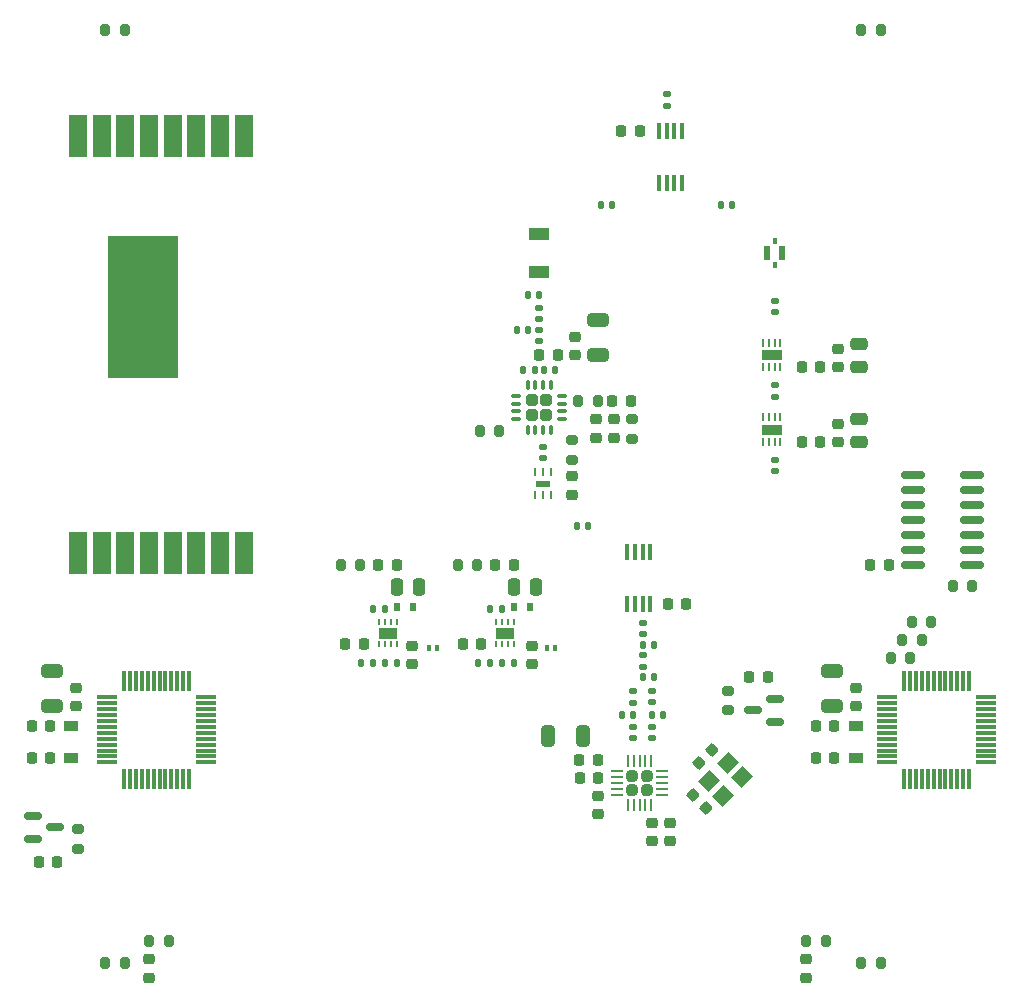
<source format=gbr>
%TF.GenerationSoftware,KiCad,Pcbnew,(6.0.8)*%
%TF.CreationDate,2023-01-27T01:30:18-08:00*%
%TF.ProjectId,RF_Board,52465f42-6f61-4726-942e-6b696361645f,rev?*%
%TF.SameCoordinates,Original*%
%TF.FileFunction,Paste,Top*%
%TF.FilePolarity,Positive*%
%FSLAX46Y46*%
G04 Gerber Fmt 4.6, Leading zero omitted, Abs format (unit mm)*
G04 Created by KiCad (PCBNEW (6.0.8)) date 2023-01-27 01:30:18*
%MOMM*%
%LPD*%
G01*
G04 APERTURE LIST*
G04 Aperture macros list*
%AMRoundRect*
0 Rectangle with rounded corners*
0 $1 Rounding radius*
0 $2 $3 $4 $5 $6 $7 $8 $9 X,Y pos of 4 corners*
0 Add a 4 corners polygon primitive as box body*
4,1,4,$2,$3,$4,$5,$6,$7,$8,$9,$2,$3,0*
0 Add four circle primitives for the rounded corners*
1,1,$1+$1,$2,$3*
1,1,$1+$1,$4,$5*
1,1,$1+$1,$6,$7*
1,1,$1+$1,$8,$9*
0 Add four rect primitives between the rounded corners*
20,1,$1+$1,$2,$3,$4,$5,0*
20,1,$1+$1,$4,$5,$6,$7,0*
20,1,$1+$1,$6,$7,$8,$9,0*
20,1,$1+$1,$8,$9,$2,$3,0*%
%AMRotRect*
0 Rectangle, with rotation*
0 The origin of the aperture is its center*
0 $1 length*
0 $2 width*
0 $3 Rotation angle, in degrees counterclockwise*
0 Add horizontal line*
21,1,$1,$2,0,0,$3*%
G04 Aperture macros list end*
%ADD10C,0.100000*%
%ADD11R,0.355600X0.558800*%
%ADD12R,0.558800X1.244600*%
%ADD13RoundRect,0.218750X0.218750X0.256250X-0.218750X0.256250X-0.218750X-0.256250X0.218750X-0.256250X0*%
%ADD14RoundRect,0.140000X0.170000X-0.140000X0.170000X0.140000X-0.170000X0.140000X-0.170000X-0.140000X0*%
%ADD15RoundRect,0.140000X-0.140000X-0.170000X0.140000X-0.170000X0.140000X0.170000X-0.140000X0.170000X0*%
%ADD16RoundRect,0.225000X-0.250000X0.225000X-0.250000X-0.225000X0.250000X-0.225000X0.250000X0.225000X0*%
%ADD17RoundRect,0.135000X0.135000X0.185000X-0.135000X0.185000X-0.135000X-0.185000X0.135000X-0.185000X0*%
%ADD18RoundRect,0.200000X0.200000X0.275000X-0.200000X0.275000X-0.200000X-0.275000X0.200000X-0.275000X0*%
%ADD19RoundRect,0.225000X0.225000X0.250000X-0.225000X0.250000X-0.225000X-0.250000X0.225000X-0.250000X0*%
%ADD20RoundRect,0.140000X0.140000X0.170000X-0.140000X0.170000X-0.140000X-0.170000X0.140000X-0.170000X0*%
%ADD21RoundRect,0.225000X-0.225000X-0.250000X0.225000X-0.250000X0.225000X0.250000X-0.225000X0.250000X0*%
%ADD22RotRect,1.400000X1.200000X225.000000*%
%ADD23R,0.203200X0.660400*%
%ADD24R,1.193800X0.609600*%
%ADD25RoundRect,0.218750X-0.218750X-0.256250X0.218750X-0.256250X0.218750X0.256250X-0.218750X0.256250X0*%
%ADD26RoundRect,0.250000X0.250000X0.475000X-0.250000X0.475000X-0.250000X-0.475000X0.250000X-0.475000X0*%
%ADD27RoundRect,0.011200X-0.768800X-0.128800X0.768800X-0.128800X0.768800X0.128800X-0.768800X0.128800X0*%
%ADD28RoundRect,0.011200X0.128800X-0.768800X0.128800X0.768800X-0.128800X0.768800X-0.128800X-0.768800X0*%
%ADD29RoundRect,0.250000X-0.650000X0.325000X-0.650000X-0.325000X0.650000X-0.325000X0.650000X0.325000X0*%
%ADD30RoundRect,0.250000X-0.475000X0.250000X-0.475000X-0.250000X0.475000X-0.250000X0.475000X0.250000X0*%
%ADD31RoundRect,0.200000X-0.200000X-0.275000X0.200000X-0.275000X0.200000X0.275000X-0.200000X0.275000X0*%
%ADD32RoundRect,0.225000X0.335876X0.017678X0.017678X0.335876X-0.335876X-0.017678X-0.017678X-0.335876X0*%
%ADD33RoundRect,0.200000X0.275000X-0.200000X0.275000X0.200000X-0.275000X0.200000X-0.275000X-0.200000X0*%
%ADD34RoundRect,0.250000X0.255000X-0.255000X0.255000X0.255000X-0.255000X0.255000X-0.255000X-0.255000X0*%
%ADD35RoundRect,0.075000X0.075000X-0.337500X0.075000X0.337500X-0.075000X0.337500X-0.075000X-0.337500X0*%
%ADD36RoundRect,0.075000X0.337500X-0.075000X0.337500X0.075000X-0.337500X0.075000X-0.337500X-0.075000X0*%
%ADD37RoundRect,0.225000X0.250000X-0.225000X0.250000X0.225000X-0.250000X0.225000X-0.250000X-0.225000X0*%
%ADD38R,1.524000X3.556000*%
%ADD39R,6.000000X12.000000*%
%ADD40RoundRect,0.147500X-0.147500X-0.172500X0.147500X-0.172500X0.147500X0.172500X-0.147500X0.172500X0*%
%ADD41R,0.249999X0.499999*%
%ADD42R,1.599999X0.900001*%
%ADD43R,0.304800X0.558800*%
%ADD44R,0.431800X1.397000*%
%ADD45RoundRect,0.147500X0.172500X-0.147500X0.172500X0.147500X-0.172500X0.147500X-0.172500X-0.147500X0*%
%ADD46RoundRect,0.200000X-0.275000X0.200000X-0.275000X-0.200000X0.275000X-0.200000X0.275000X0.200000X0*%
%ADD47R,0.254000X0.660400*%
%ADD48R,1.651000X0.889000*%
%ADD49RoundRect,0.150000X0.587500X0.150000X-0.587500X0.150000X-0.587500X-0.150000X0.587500X-0.150000X0*%
%ADD50R,0.600000X0.700000*%
%ADD51RoundRect,0.250000X-0.325000X-0.650000X0.325000X-0.650000X0.325000X0.650000X-0.325000X0.650000X0*%
%ADD52RoundRect,0.150000X-0.587500X-0.150000X0.587500X-0.150000X0.587500X0.150000X-0.587500X0.150000X0*%
%ADD53RoundRect,0.225000X-0.017678X0.335876X-0.335876X0.017678X0.017678X-0.335876X0.335876X-0.017678X0*%
%ADD54RoundRect,0.150000X0.825000X0.150000X-0.825000X0.150000X-0.825000X-0.150000X0.825000X-0.150000X0*%
%ADD55RoundRect,0.250000X0.650000X-0.325000X0.650000X0.325000X-0.650000X0.325000X-0.650000X-0.325000X0*%
%ADD56RoundRect,0.242500X0.242500X-0.242500X0.242500X0.242500X-0.242500X0.242500X-0.242500X-0.242500X0*%
%ADD57RoundRect,0.062500X0.062500X-0.425000X0.062500X0.425000X-0.062500X0.425000X-0.062500X-0.425000X0*%
%ADD58RoundRect,0.062500X0.425000X-0.062500X0.425000X0.062500X-0.425000X0.062500X-0.425000X-0.062500X0*%
%ADD59R,1.295400X0.965200*%
%ADD60R,1.803400X1.041400*%
G04 APERTURE END LIST*
%TO.C,U15*%
G36*
X36813999Y-57007999D02*
G01*
X35348000Y-57007999D01*
X35348000Y-56154001D01*
X36813999Y-56154001D01*
X36813999Y-57007999D01*
G37*
D10*
X36813999Y-57007999D02*
X35348000Y-57007999D01*
X35348000Y-56154001D01*
X36813999Y-56154001D01*
X36813999Y-57007999D01*
%TO.C,U14*%
G36*
X46719999Y-57007998D02*
G01*
X45254000Y-57007998D01*
X45254000Y-56154000D01*
X46719999Y-56154000D01*
X46719999Y-57007998D01*
G37*
X46719999Y-57007998D02*
X45254000Y-57007998D01*
X45254000Y-56154000D01*
X46719999Y-56154000D01*
X46719999Y-57007998D01*
%TD*%
D11*
%TO.C,U9*%
X68830063Y-23379300D03*
D12*
X69477763Y-24408000D03*
D11*
X68830063Y-25436700D03*
D12*
X68182363Y-24408000D03*
%TD*%
D13*
%TO.C,L1*%
X72695000Y-40386000D03*
X71120000Y-40386000D03*
%TD*%
D14*
%TO.C,C35*%
X57658000Y-56656000D03*
X57658000Y-55696000D03*
%TD*%
D15*
%TO.C,C21*%
X46993004Y-30891282D03*
X47953004Y-30891282D03*
%TD*%
D16*
%TO.C,C15*%
X55245000Y-38481000D03*
X55245000Y-40031000D03*
%TD*%
D17*
%TO.C,R23*%
X35814000Y-54549000D03*
X34794000Y-54549000D03*
%TD*%
D15*
%TO.C,C29*%
X55908000Y-63500000D03*
X56868000Y-63500000D03*
%TD*%
D18*
%TO.C,R12*%
X77825000Y-5500000D03*
X76175000Y-5500000D03*
%TD*%
D13*
%TO.C,D6*%
X8122500Y-75971000D03*
X6547500Y-75971000D03*
%TD*%
D19*
%TO.C,R5*%
X53873000Y-68834000D03*
X52323000Y-68834000D03*
%TD*%
D20*
%TO.C,C1*%
X53058000Y-47498000D03*
X52098000Y-47498000D03*
%TD*%
D21*
%TO.C,C41*%
X72307000Y-67157600D03*
X73857000Y-67157600D03*
%TD*%
D15*
%TO.C,C22*%
X47935000Y-27966000D03*
X48895000Y-27966000D03*
%TD*%
D22*
%TO.C,Y1*%
X64855784Y-67582234D03*
X63300149Y-69137869D03*
X64502230Y-70339950D03*
X66057865Y-68784315D03*
%TD*%
D21*
%TO.C,C23*%
X55109000Y-36957000D03*
X56659000Y-36957000D03*
%TD*%
D20*
%TO.C,C32*%
X58618000Y-57550000D03*
X57658000Y-57550000D03*
%TD*%
D16*
%TO.C,C55*%
X71501000Y-84201000D03*
X71501000Y-85751000D03*
%TD*%
D23*
%TO.C,U6*%
X48564800Y-44923900D03*
X49225200Y-44923900D03*
X49885600Y-44923900D03*
X49885600Y-42968100D03*
X49225200Y-42968100D03*
X48564800Y-42968100D03*
D24*
X49225200Y-43946000D03*
%TD*%
D16*
%TO.C,C47*%
X58420000Y-72645000D03*
X58420000Y-74195000D03*
%TD*%
D25*
%TO.C,D4*%
X45161000Y-50800000D03*
X46736000Y-50800000D03*
%TD*%
D18*
%TO.C,R2*%
X45518000Y-39497000D03*
X43868000Y-39497000D03*
%TD*%
D26*
%TO.C,C50*%
X48636000Y-52705000D03*
X46736000Y-52705000D03*
%TD*%
D16*
%TO.C,C54*%
X51689000Y-43307000D03*
X51689000Y-44857000D03*
%TD*%
D27*
%TO.C,U2*%
X78370000Y-62020000D03*
X78370000Y-62520000D03*
X78370000Y-63020000D03*
X78370000Y-63520000D03*
X78370000Y-64020000D03*
X78370000Y-64520000D03*
X78370000Y-65020000D03*
X78370000Y-65520000D03*
X78370000Y-66020000D03*
X78370000Y-66520000D03*
X78370000Y-67020000D03*
X78370000Y-67520000D03*
D28*
X79800000Y-68950000D03*
X80300000Y-68950000D03*
X80800000Y-68950000D03*
X81300000Y-68950000D03*
X81800000Y-68950000D03*
X82300000Y-68950000D03*
X82800000Y-68950000D03*
X83300000Y-68950000D03*
X83800000Y-68950000D03*
X84300000Y-68950000D03*
X84800000Y-68950000D03*
X85300000Y-68950000D03*
D27*
X86730000Y-67520000D03*
X86730000Y-67020000D03*
X86730000Y-66520000D03*
X86730000Y-66020000D03*
X86730000Y-65520000D03*
X86730000Y-65020000D03*
X86730000Y-64520000D03*
X86730000Y-64020000D03*
X86730000Y-63520000D03*
X86730000Y-63020000D03*
X86730000Y-62520000D03*
X86730000Y-62020000D03*
D28*
X85300000Y-60590000D03*
X84800000Y-60590000D03*
X84300000Y-60590000D03*
X83800000Y-60590000D03*
X83300000Y-60590000D03*
X82800000Y-60590000D03*
X82300000Y-60590000D03*
X81800000Y-60590000D03*
X81300000Y-60590000D03*
X80800000Y-60590000D03*
X80300000Y-60590000D03*
X79800000Y-60590000D03*
%TD*%
D18*
%TO.C,R25*%
X17525000Y-82677000D03*
X15875000Y-82677000D03*
%TD*%
D25*
%TO.C,D5*%
X66675000Y-60325000D03*
X68250000Y-60325000D03*
%TD*%
D21*
%TO.C,C42*%
X5943000Y-64414400D03*
X7493000Y-64414400D03*
%TD*%
D26*
%TO.C,C53*%
X38730000Y-52705000D03*
X36830000Y-52705000D03*
%TD*%
D29*
%TO.C,C39*%
X73660000Y-59788000D03*
X73660000Y-62738000D03*
%TD*%
D30*
%TO.C,C7*%
X75946000Y-38486000D03*
X75946000Y-40386000D03*
%TD*%
D31*
%TO.C,R13*%
X12175000Y-5500000D03*
X13825000Y-5500000D03*
%TD*%
D32*
%TO.C,C33*%
X63032008Y-71414008D03*
X61935992Y-70317992D03*
%TD*%
D14*
%TO.C,C28*%
X56868000Y-65480000D03*
X56868000Y-64520000D03*
%TD*%
%TO.C,C9*%
X49225200Y-41755000D03*
X49225200Y-40795000D03*
%TD*%
D33*
%TO.C,R3*%
X51689000Y-41909000D03*
X51689000Y-40259000D03*
%TD*%
D34*
%TO.C,U7*%
X49520000Y-38090000D03*
X48270000Y-38090000D03*
X49520000Y-36840000D03*
X48270000Y-36840000D03*
D35*
X47920000Y-39402500D03*
X48570000Y-39402500D03*
X49220000Y-39402500D03*
X49870000Y-39402500D03*
D36*
X50832500Y-38440000D03*
X50832500Y-37790000D03*
X50832500Y-37140000D03*
X50832500Y-36490000D03*
D35*
X49870000Y-35527500D03*
X49220000Y-35527500D03*
X48570000Y-35527500D03*
X47920000Y-35527500D03*
D36*
X46957500Y-36490000D03*
X46957500Y-37140000D03*
X46957500Y-37790000D03*
X46957500Y-38440000D03*
%TD*%
D21*
%TO.C,C12*%
X59811499Y-54102000D03*
X61361499Y-54102000D03*
%TD*%
D37*
%TO.C,C38*%
X75692000Y-62738000D03*
X75692000Y-61188000D03*
%TD*%
D18*
%TO.C,R24*%
X73151000Y-82677000D03*
X71501000Y-82677000D03*
%TD*%
D38*
%TO.C,U13*%
X9876000Y-49784000D03*
X11876000Y-49784000D03*
X13876000Y-49784000D03*
X15876000Y-49784000D03*
X17876000Y-49784000D03*
X19876000Y-49784000D03*
X21876000Y-49784000D03*
X23876000Y-49784000D03*
X9876000Y-14478000D03*
X11876000Y-14478000D03*
X13876000Y-14478000D03*
X15876000Y-14478000D03*
X17876000Y-14478000D03*
X19876000Y-14478000D03*
X21876000Y-14478000D03*
X23876000Y-14478000D03*
D39*
X15376000Y-28978000D03*
%TD*%
D14*
%TO.C,C2*%
X68834000Y-42870000D03*
X68834000Y-41910000D03*
%TD*%
D40*
%TO.C,L4*%
X58420000Y-63500000D03*
X59390000Y-63500000D03*
%TD*%
D41*
%TO.C,U15*%
X35331002Y-57531001D03*
X35831001Y-57531001D03*
X36331003Y-57531001D03*
X36831001Y-57531001D03*
X36831001Y-55630999D03*
X36331003Y-55630999D03*
X35831001Y-55630999D03*
X35331002Y-55630999D03*
D42*
X36081000Y-56581000D03*
%TD*%
D43*
%TO.C,D1*%
X49576401Y-57850999D03*
X50271599Y-57850999D03*
%TD*%
D16*
%TO.C,C36*%
X53848000Y-70358000D03*
X53848000Y-71908000D03*
%TD*%
D14*
%TO.C,C27*%
X58420000Y-65480000D03*
X58420000Y-64520000D03*
%TD*%
D16*
%TO.C,C26*%
X59944000Y-72645000D03*
X59944000Y-74195000D03*
%TD*%
D44*
%TO.C,U4*%
X56358000Y-54102000D03*
X57007998Y-54102000D03*
X57658000Y-54102000D03*
X58307998Y-54102000D03*
X58307998Y-49707800D03*
X57658000Y-49707800D03*
X57007998Y-49707800D03*
X56358000Y-49707800D03*
%TD*%
D19*
%TO.C,C13*%
X57404000Y-14097000D03*
X55854000Y-14097000D03*
%TD*%
D21*
%TO.C,C46*%
X52298000Y-67360000D03*
X53848000Y-67360000D03*
%TD*%
D45*
%TO.C,L6*%
X57658000Y-59436000D03*
X57658000Y-58466000D03*
%TD*%
D31*
%TO.C,R14*%
X12175000Y-84500000D03*
X13825000Y-84500000D03*
%TD*%
D20*
%TO.C,C31*%
X58618000Y-60325000D03*
X57658000Y-60325000D03*
%TD*%
D46*
%TO.C,R16*%
X64922500Y-61469000D03*
X64922500Y-63119000D03*
%TD*%
D47*
%TO.C,U10*%
X69330189Y-38310300D03*
X68830063Y-38310300D03*
X68329937Y-38310300D03*
X67829811Y-38310300D03*
X67829811Y-40367700D03*
X68329937Y-40367700D03*
X68830063Y-40367700D03*
X69330189Y-40367700D03*
D48*
X68580000Y-39339000D03*
%TD*%
D14*
%TO.C,C30*%
X58420000Y-62428000D03*
X58420000Y-61468000D03*
%TD*%
D16*
%TO.C,C14*%
X53721000Y-38481000D03*
X53721000Y-40031000D03*
%TD*%
D31*
%TO.C,R4*%
X52197000Y-36957000D03*
X53847000Y-36957000D03*
%TD*%
D41*
%TO.C,U14*%
X45237002Y-57531000D03*
X45737001Y-57531000D03*
X46237003Y-57531000D03*
X46737001Y-57531000D03*
X46737001Y-55630998D03*
X46237003Y-55630998D03*
X45737001Y-55630998D03*
X45237002Y-55630998D03*
D42*
X45987000Y-56580999D03*
%TD*%
D17*
%TO.C,R20*%
X45720000Y-54548999D03*
X44700000Y-54548999D03*
%TD*%
D16*
%TO.C,C51*%
X38113003Y-57645000D03*
X38113003Y-59195000D03*
%TD*%
D45*
%TO.C,L5*%
X56868000Y-62461000D03*
X56868000Y-61491000D03*
%TD*%
D30*
%TO.C,C10*%
X75946000Y-32136000D03*
X75946000Y-34036000D03*
%TD*%
D31*
%TO.C,R8*%
X80455000Y-55626000D03*
X82105000Y-55626000D03*
%TD*%
D17*
%TO.C,R21*%
X36843000Y-59121000D03*
X35823000Y-59121000D03*
%TD*%
D16*
%TO.C,C8*%
X74168000Y-38836000D03*
X74168000Y-40386000D03*
%TD*%
D18*
%TO.C,R6*%
X33756500Y-50800000D03*
X32106500Y-50800000D03*
%TD*%
D31*
%TO.C,R9*%
X78677000Y-58674000D03*
X80327000Y-58674000D03*
%TD*%
D20*
%TO.C,C6*%
X65250000Y-20320000D03*
X64290000Y-20320000D03*
%TD*%
D49*
%TO.C,Q1*%
X68908000Y-64069000D03*
X68908000Y-62169000D03*
X67033000Y-63119000D03*
%TD*%
D16*
%TO.C,C11*%
X74168000Y-32486000D03*
X74168000Y-34036000D03*
%TD*%
D50*
%TO.C,D2*%
X46736000Y-54356000D03*
X48136000Y-54356000D03*
%TD*%
D51*
%TO.C,C37*%
X49628000Y-65278000D03*
X52578000Y-65278000D03*
%TD*%
D21*
%TO.C,C44*%
X5943000Y-67157600D03*
X7493000Y-67157600D03*
%TD*%
D17*
%TO.C,R18*%
X46749000Y-59120999D03*
X45729000Y-59120999D03*
%TD*%
D15*
%TO.C,C5*%
X54130000Y-20320000D03*
X55090000Y-20320000D03*
%TD*%
D14*
%TO.C,C4*%
X68830063Y-29388000D03*
X68830063Y-28428000D03*
%TD*%
D31*
%TO.C,R10*%
X79634000Y-57150000D03*
X81284000Y-57150000D03*
%TD*%
D37*
%TO.C,C19*%
X51943000Y-33020000D03*
X51943000Y-31470000D03*
%TD*%
D27*
%TO.C,U1*%
X12330000Y-62020000D03*
X12330000Y-62520000D03*
X12330000Y-63020000D03*
X12330000Y-63520000D03*
X12330000Y-64020000D03*
X12330000Y-64520000D03*
X12330000Y-65020000D03*
X12330000Y-65520000D03*
X12330000Y-66020000D03*
X12330000Y-66520000D03*
X12330000Y-67020000D03*
X12330000Y-67520000D03*
D28*
X13760000Y-68950000D03*
X14260000Y-68950000D03*
X14760000Y-68950000D03*
X15260000Y-68950000D03*
X15760000Y-68950000D03*
X16260000Y-68950000D03*
X16760000Y-68950000D03*
X17260000Y-68950000D03*
X17760000Y-68950000D03*
X18260000Y-68950000D03*
X18760000Y-68950000D03*
X19260000Y-68950000D03*
D27*
X20690000Y-67520000D03*
X20690000Y-67020000D03*
X20690000Y-66520000D03*
X20690000Y-66020000D03*
X20690000Y-65520000D03*
X20690000Y-65020000D03*
X20690000Y-64520000D03*
X20690000Y-64020000D03*
X20690000Y-63520000D03*
X20690000Y-63020000D03*
X20690000Y-62520000D03*
X20690000Y-62020000D03*
D28*
X19260000Y-60590000D03*
X18760000Y-60590000D03*
X18260000Y-60590000D03*
X17760000Y-60590000D03*
X17260000Y-60590000D03*
X16760000Y-60590000D03*
X16260000Y-60590000D03*
X15760000Y-60590000D03*
X15260000Y-60590000D03*
X14760000Y-60590000D03*
X14260000Y-60590000D03*
X13760000Y-60590000D03*
%TD*%
D17*
%TO.C,R22*%
X34811000Y-59121000D03*
X33791000Y-59121000D03*
%TD*%
D52*
%TO.C,Q2*%
X6047500Y-72075000D03*
X6047500Y-73975000D03*
X7922500Y-73025000D03*
%TD*%
D18*
%TO.C,R11*%
X85552000Y-52578000D03*
X83902000Y-52578000D03*
%TD*%
%TO.C,R7*%
X43662500Y-50800000D03*
X42012500Y-50800000D03*
%TD*%
D19*
%TO.C,C52*%
X34049000Y-57531000D03*
X32499000Y-57531000D03*
%TD*%
D53*
%TO.C,C34*%
X63540008Y-66507992D03*
X62443992Y-67604008D03*
%TD*%
D47*
%TO.C,U11*%
X69330189Y-31991300D03*
X68830063Y-31991300D03*
X68329937Y-31991300D03*
X67829811Y-31991300D03*
X67829811Y-34048700D03*
X68329937Y-34048700D03*
X68830063Y-34048700D03*
X69330189Y-34048700D03*
D48*
X68580000Y-33020000D03*
%TD*%
D46*
%TO.C,R1*%
X56769000Y-38481000D03*
X56769000Y-40131000D03*
%TD*%
D37*
%TO.C,C43*%
X9652000Y-62738000D03*
X9652000Y-61188000D03*
%TD*%
D19*
%TO.C,C49*%
X43968000Y-57531000D03*
X42418000Y-57531000D03*
%TD*%
%TO.C,C25*%
X78486000Y-50800000D03*
X76936000Y-50800000D03*
%TD*%
D16*
%TO.C,C56*%
X15875000Y-84201000D03*
X15875000Y-85751000D03*
%TD*%
D14*
%TO.C,C3*%
X68830063Y-36548000D03*
X68830063Y-35588000D03*
%TD*%
D50*
%TO.C,D8*%
X36830000Y-54356000D03*
X38230000Y-54356000D03*
%TD*%
D16*
%TO.C,C48*%
X48273006Y-57645000D03*
X48273006Y-59195000D03*
%TD*%
D44*
%TO.C,U5*%
X60990000Y-14058900D03*
X60340002Y-14058900D03*
X59690000Y-14058900D03*
X59040002Y-14058900D03*
X59040002Y-18453100D03*
X59690000Y-18453100D03*
X60340002Y-18453100D03*
X60990000Y-18453100D03*
%TD*%
D15*
%TO.C,C16*%
X49276000Y-34290000D03*
X50236000Y-34290000D03*
%TD*%
D54*
%TO.C,U12*%
X85533000Y-50800000D03*
X85533000Y-49530000D03*
X85533000Y-48260000D03*
X85533000Y-46990000D03*
X85533000Y-45720000D03*
X85533000Y-44450000D03*
X85533000Y-43180000D03*
X80583000Y-43180000D03*
X80583000Y-44450000D03*
X80583000Y-45720000D03*
X80583000Y-46990000D03*
X80583000Y-48260000D03*
X80583000Y-49530000D03*
X80583000Y-50800000D03*
%TD*%
D45*
%TO.C,L3*%
X48895000Y-29980000D03*
X48895000Y-29010000D03*
%TD*%
D55*
%TO.C,C18*%
X53848000Y-33020000D03*
X53848000Y-30070000D03*
%TD*%
D56*
%TO.C,U3*%
X56804000Y-68650000D03*
X58004000Y-69850000D03*
X56804000Y-69850000D03*
X58004000Y-68650000D03*
D57*
X56404000Y-71137500D03*
X56904000Y-71137500D03*
X57404000Y-71137500D03*
X57904000Y-71137500D03*
X58404000Y-71137500D03*
D58*
X59291500Y-70250000D03*
X59291500Y-69750000D03*
X59291500Y-69250000D03*
X59291500Y-68750000D03*
X59291500Y-68250000D03*
D57*
X58404000Y-67362500D03*
X57904000Y-67362500D03*
X57404000Y-67362500D03*
X56904000Y-67362500D03*
X56404000Y-67362500D03*
D58*
X55516500Y-68250000D03*
X55516500Y-68750000D03*
X55516500Y-69250000D03*
X55516500Y-69750000D03*
X55516500Y-70250000D03*
%TD*%
D59*
%TO.C,Y3*%
X9271000Y-64414400D03*
X9271000Y-67157600D03*
%TD*%
D25*
%TO.C,D3*%
X35255000Y-50800000D03*
X36830000Y-50800000D03*
%TD*%
D20*
%TO.C,C17*%
X48514000Y-34290000D03*
X47554000Y-34290000D03*
%TD*%
D60*
%TO.C,U8*%
X48895000Y-26035000D03*
X48895000Y-22783800D03*
%TD*%
D14*
%TO.C,C20*%
X48895000Y-31849000D03*
X48895000Y-30889000D03*
%TD*%
D59*
%TO.C,Y2*%
X75692000Y-64414400D03*
X75692000Y-67157600D03*
%TD*%
D21*
%TO.C,C40*%
X72307000Y-64414400D03*
X73857000Y-64414400D03*
%TD*%
D33*
%TO.C,R17*%
X9875000Y-74827000D03*
X9875000Y-73177000D03*
%TD*%
D17*
%TO.C,R19*%
X44717000Y-59120999D03*
X43697000Y-59120999D03*
%TD*%
D14*
%TO.C,C24*%
X59690000Y-11910000D03*
X59690000Y-10950000D03*
%TD*%
D18*
%TO.C,R15*%
X77825000Y-84500000D03*
X76175000Y-84500000D03*
%TD*%
D13*
%TO.C,L2*%
X72695000Y-34036000D03*
X71120000Y-34036000D03*
%TD*%
%TO.C,L7*%
X50470000Y-33020000D03*
X48895000Y-33020000D03*
%TD*%
D29*
%TO.C,C45*%
X7620000Y-59788000D03*
X7620000Y-62738000D03*
%TD*%
D43*
%TO.C,D7*%
X39543404Y-57851000D03*
X40238602Y-57851000D03*
%TD*%
M02*

</source>
